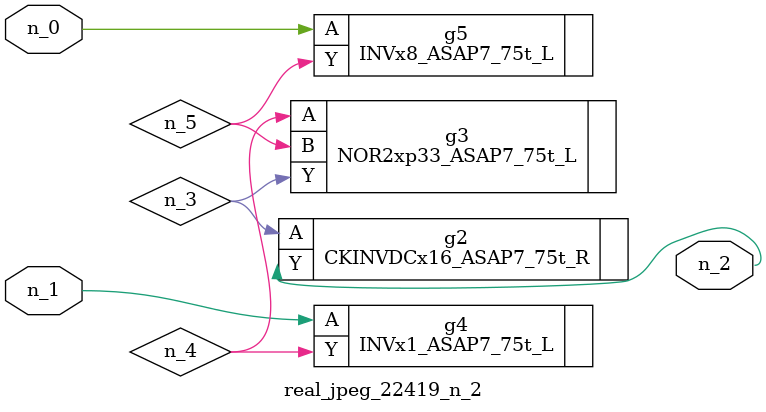
<source format=v>
module real_jpeg_22419_n_2 (n_1, n_0, n_2);

input n_1;
input n_0;

output n_2;

wire n_5;
wire n_4;
wire n_3;

INVx8_ASAP7_75t_L g5 ( 
.A(n_0),
.Y(n_5)
);

INVx1_ASAP7_75t_L g4 ( 
.A(n_1),
.Y(n_4)
);

CKINVDCx16_ASAP7_75t_R g2 ( 
.A(n_3),
.Y(n_2)
);

NOR2xp33_ASAP7_75t_L g3 ( 
.A(n_4),
.B(n_5),
.Y(n_3)
);


endmodule
</source>
